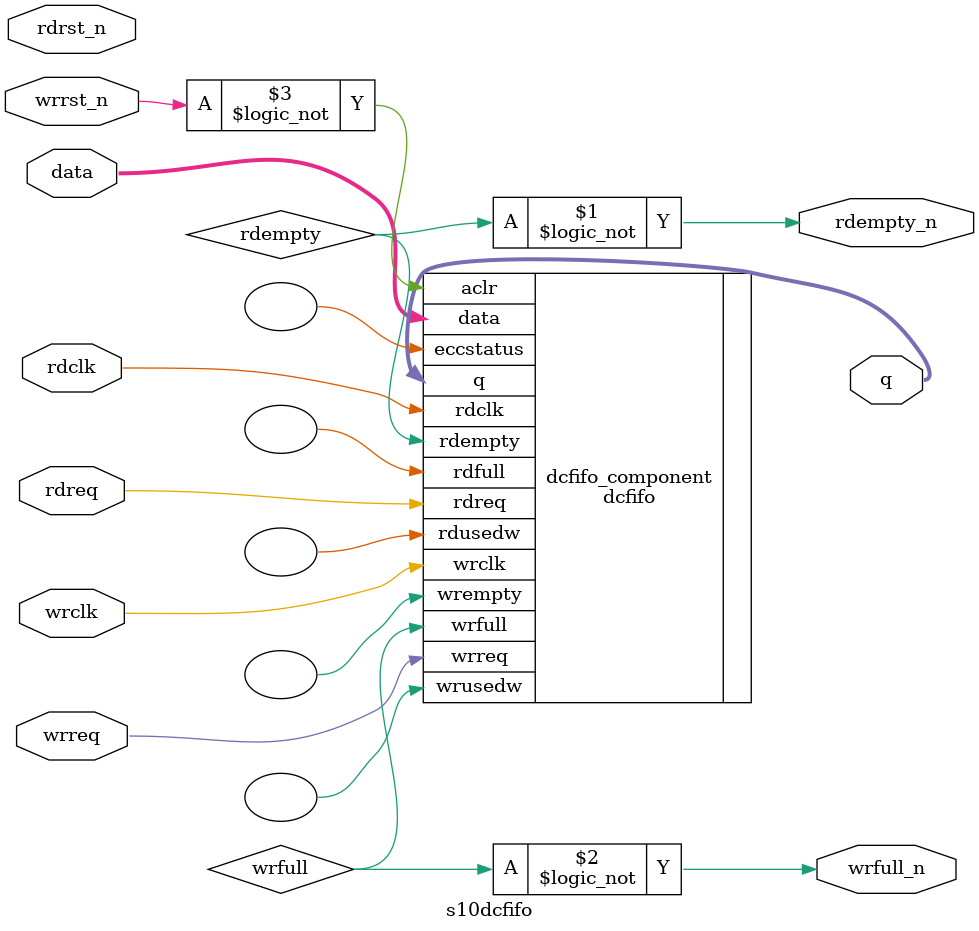
<source format=v>
`timescale 1 ps / 1 ps
module  s10dcfifo 
  (
   data,
   rdclk,
   rdrst_n, // reset ignored
   rdreq,
   wrclk,
   wrrst_n,
   wrreq,
   q,
   rdempty_n,
   wrfull_n);

   parameter WIDTH=1;
   parameter DEPTH=2;

   input  [WIDTH:0] data;
   input  	    rdclk;
   input  	    rdrst_n;
   input  	    rdreq;
   input  	    wrclk;
   input            wrrst_n;
   input   	    wrreq;
   output [WIDTH:0] q;
   output 	    rdempty_n;
   output 	    wrfull_n;

   wire 	    rdempty;
   wire 	    wrfull;
   assign rdempty_n = !rdempty;
   assign wrfull_n = !wrfull;
   
/*
 `ifndef ALTERA_RESERVED_QIS
// synopsys translate_off
`endif
    tri0     aclr;
`ifndef ALTERA_RESERVED_QIS
// synopsys translate_on
`endif
    wire [255:0] sub_wire0;
    wire  sub_wire1;
    wire  sub_wire2;
    wire [255:0] q = sub_wire0[255:0];
    wire  rdempty = sub_wire1;
    wire  wrfull = sub_wire2;
*/
   
    dcfifo  dcfifo_component (
                .aclr (!wrrst_n),
                .data (data),
                .rdclk (rdclk),
                .rdreq (rdreq),
                .wrclk (wrclk),
                .wrreq (wrreq),
                .q (q),
                .rdempty (rdempty),
                .wrfull (wrfull),
                .eccstatus (),
                .rdfull (),
                .rdusedw (),
                .wrempty (),
                .wrusedw ());
    defparam
        dcfifo_component.enable_ecc  = "FALSE",
        dcfifo_component.intended_device_family  = "Stratix 10",
        dcfifo_component.lpm_hint  = "DISABLE_DCFIFO_EMBEDDED_TIMING_CONSTRAINT=TRUE",
        dcfifo_component.lpm_numwords  = DEPTH,
        dcfifo_component.lpm_showahead  = "ON",
        dcfifo_component.lpm_type  = "dcfifo",
        dcfifo_component.lpm_width  = WIDTH,
        dcfifo_component.lpm_widthu  = 5,
        dcfifo_component.overflow_checking  = "ON",
        dcfifo_component.rdsync_delaypipe  = 4,
        dcfifo_component.read_aclr_synch  = "OFF",
        dcfifo_component.underflow_checking  = "ON",
        dcfifo_component.use_eab  = "ON",
        dcfifo_component.write_aclr_synch  = "ON",
        dcfifo_component.wrsync_delaypipe  = 4;

endmodule



</source>
